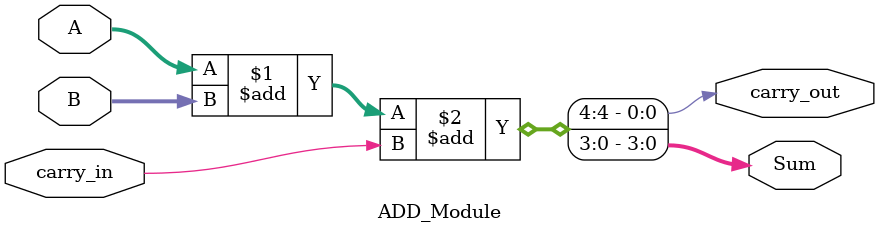
<source format=v>

module ADD_Module(
    input [3:0] A,
    input [3:0] B,
    input carry_in,
    output [3:0] Sum,
    output carry_out
);
    assign {carry_out, Sum} = A + B + carry_in;
endmodule

</source>
